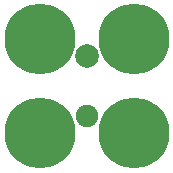
<source format=gtl>
%TF.GenerationSoftware,KiCad,Pcbnew,4.0.5-e0-6337~49~ubuntu16.04.1*%
%TF.CreationDate,2017-01-13T08:22:12-08:00*%
%TF.ProjectId,2x2-Generic-5mm-Pitch,3278322D47656E657269632D356D6D2D,1.0*%
%TF.FileFunction,Copper,L1,Top,Signal*%
%FSLAX46Y46*%
G04 Gerber Fmt 4.6, Leading zero omitted, Abs format (unit mm)*
G04 Created by KiCad (PCBNEW 4.0.5-e0-6337~49~ubuntu16.04.1) date Fri Jan 13 08:22:12 2017*
%MOMM*%
%LPD*%
G01*
G04 APERTURE LIST*
%ADD10C,0.350000*%
%ADD11C,2.000000*%
%ADD12C,1.900000*%
%ADD13C,6.000000*%
%ADD14C,0.350000*%
G04 APERTURE END LIST*
D10*
D11*
X143446000Y-96838000D03*
D12*
X143446000Y-101918000D03*
D13*
X139446000Y-103378000D03*
X139446000Y-95378000D03*
X147446000Y-95378000D03*
X147446000Y-103378000D03*
D14*
X143446000Y-96838000D03*
X143446000Y-101918000D03*
X139446000Y-103378000D03*
X139446000Y-95378000D03*
X147446000Y-95378000D03*
X147446000Y-103378000D03*
M02*

</source>
